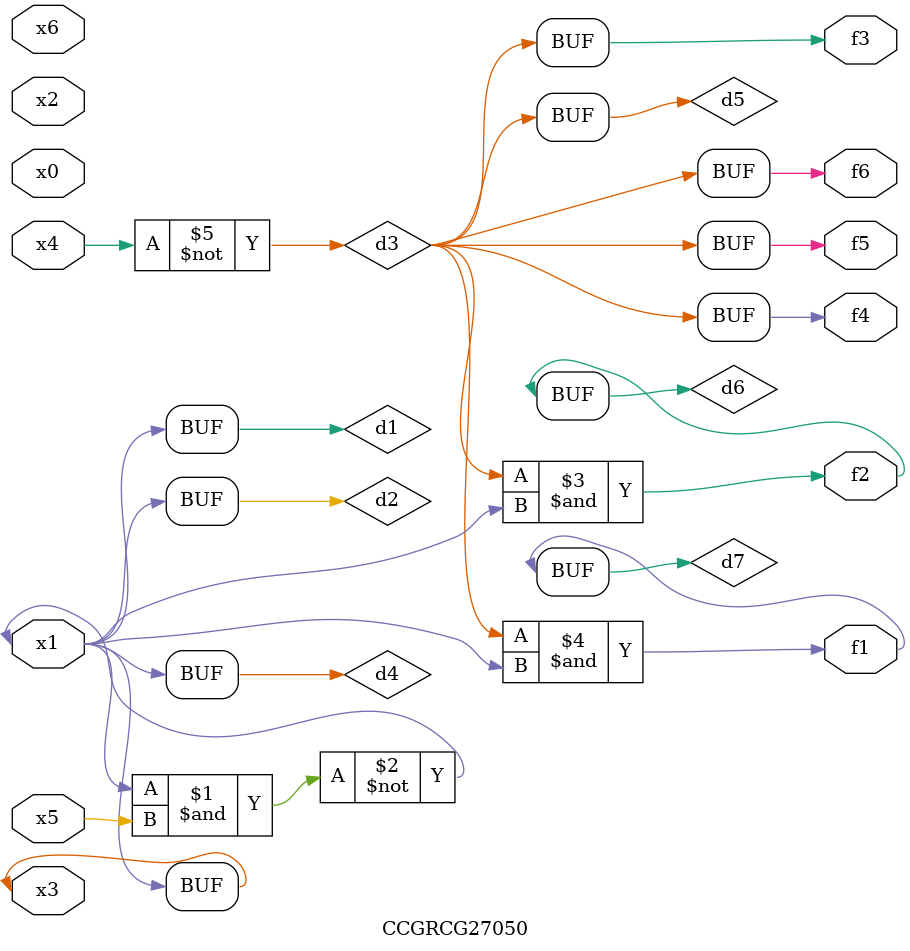
<source format=v>
module CCGRCG27050(
	input x0, x1, x2, x3, x4, x5, x6,
	output f1, f2, f3, f4, f5, f6
);

	wire d1, d2, d3, d4, d5, d6, d7;

	buf (d1, x1, x3);
	nand (d2, x1, x5);
	not (d3, x4);
	buf (d4, d1, d2);
	buf (d5, d3);
	and (d6, d3, d4);
	and (d7, d3, d4);
	assign f1 = d7;
	assign f2 = d6;
	assign f3 = d5;
	assign f4 = d5;
	assign f5 = d5;
	assign f6 = d5;
endmodule

</source>
